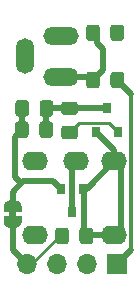
<source format=gbr>
%TF.GenerationSoftware,KiCad,Pcbnew,5.1.8*%
%TF.CreationDate,2020-12-26T21:24:44+01:00*%
%TF.ProjectId,kenwood-trrs,6b656e77-6f6f-4642-9d74-7272732e6b69,rev?*%
%TF.SameCoordinates,Original*%
%TF.FileFunction,Copper,L1,Top*%
%TF.FilePolarity,Positive*%
%FSLAX46Y46*%
G04 Gerber Fmt 4.6, Leading zero omitted, Abs format (unit mm)*
G04 Created by KiCad (PCBNEW 5.1.8) date 2020-12-26 21:24:44*
%MOMM*%
%LPD*%
G01*
G04 APERTURE LIST*
%TA.AperFunction,EtchedComponent*%
%ADD10C,0.100000*%
%TD*%
%TA.AperFunction,ComponentPad*%
%ADD11O,2.200000X1.600000*%
%TD*%
%TA.AperFunction,SMDPad,CuDef*%
%ADD12C,0.100000*%
%TD*%
%TA.AperFunction,ComponentPad*%
%ADD13O,1.700000X1.700000*%
%TD*%
%TA.AperFunction,ComponentPad*%
%ADD14R,1.700000X1.700000*%
%TD*%
%TA.AperFunction,SMDPad,CuDef*%
%ADD15R,0.800000X0.900000*%
%TD*%
%TA.AperFunction,ComponentPad*%
%ADD16O,3.000000X1.500000*%
%TD*%
%TA.AperFunction,ComponentPad*%
%ADD17O,1.500000X3.000000*%
%TD*%
%TA.AperFunction,ViaPad*%
%ADD18C,0.800000*%
%TD*%
%TA.AperFunction,Conductor*%
%ADD19C,0.500000*%
%TD*%
%TA.AperFunction,Conductor*%
%ADD20C,0.250000*%
%TD*%
%TA.AperFunction,Conductor*%
%ADD21C,0.300000*%
%TD*%
G04 APERTURE END LIST*
D10*
%TO.C,JP1*%
G36*
X148900000Y-89900000D02*
G01*
X148900000Y-90400000D01*
X149500000Y-90400000D01*
X149500000Y-89900000D01*
X148900000Y-89900000D01*
G37*
%TD*%
D11*
%TO.P,J3,S*%
%TO.N,/PTT_Mic-*%
X157800000Y-85650000D03*
X157800000Y-91950000D03*
%TO.P,J3,R*%
%TO.N,/Mic+*%
X154600000Y-85650000D03*
%TO.P,J3,T*%
%TO.N,Net-(J3-PadT)*%
X151100000Y-85650000D03*
X151100000Y-91950000D03*
%TD*%
%TA.AperFunction,SMDPad,CuDef*%
D12*
%TO.P,JP1,1*%
%TO.N,/Mic*%
G36*
X149950000Y-90300000D02*
G01*
X149950000Y-90800000D01*
X149949398Y-90800000D01*
X149949398Y-90824534D01*
X149944588Y-90873365D01*
X149935016Y-90921490D01*
X149920772Y-90968445D01*
X149901995Y-91013778D01*
X149878864Y-91057051D01*
X149851604Y-91097850D01*
X149820476Y-91135779D01*
X149785779Y-91170476D01*
X149747850Y-91201604D01*
X149707051Y-91228864D01*
X149663778Y-91251995D01*
X149618445Y-91270772D01*
X149571490Y-91285016D01*
X149523365Y-91294588D01*
X149474534Y-91299398D01*
X149450000Y-91299398D01*
X149450000Y-91300000D01*
X148950000Y-91300000D01*
X148950000Y-91299398D01*
X148925466Y-91299398D01*
X148876635Y-91294588D01*
X148828510Y-91285016D01*
X148781555Y-91270772D01*
X148736222Y-91251995D01*
X148692949Y-91228864D01*
X148652150Y-91201604D01*
X148614221Y-91170476D01*
X148579524Y-91135779D01*
X148548396Y-91097850D01*
X148521136Y-91057051D01*
X148498005Y-91013778D01*
X148479228Y-90968445D01*
X148464984Y-90921490D01*
X148455412Y-90873365D01*
X148450602Y-90824534D01*
X148450602Y-90800000D01*
X148450000Y-90800000D01*
X148450000Y-90300000D01*
X149950000Y-90300000D01*
G37*
%TD.AperFunction*%
%TA.AperFunction,SMDPad,CuDef*%
%TO.P,JP1,2*%
%TO.N,/Mic'*%
G36*
X148450602Y-89500000D02*
G01*
X148450602Y-89475466D01*
X148455412Y-89426635D01*
X148464984Y-89378510D01*
X148479228Y-89331555D01*
X148498005Y-89286222D01*
X148521136Y-89242949D01*
X148548396Y-89202150D01*
X148579524Y-89164221D01*
X148614221Y-89129524D01*
X148652150Y-89098396D01*
X148692949Y-89071136D01*
X148736222Y-89048005D01*
X148781555Y-89029228D01*
X148828510Y-89014984D01*
X148876635Y-89005412D01*
X148925466Y-89000602D01*
X148950000Y-89000602D01*
X148950000Y-89000000D01*
X149450000Y-89000000D01*
X149450000Y-89000602D01*
X149474534Y-89000602D01*
X149523365Y-89005412D01*
X149571490Y-89014984D01*
X149618445Y-89029228D01*
X149663778Y-89048005D01*
X149707051Y-89071136D01*
X149747850Y-89098396D01*
X149785779Y-89129524D01*
X149820476Y-89164221D01*
X149851604Y-89202150D01*
X149878864Y-89242949D01*
X149901995Y-89286222D01*
X149920772Y-89331555D01*
X149935016Y-89378510D01*
X149944588Y-89426635D01*
X149949398Y-89475466D01*
X149949398Y-89500000D01*
X149950000Y-89500000D01*
X149950000Y-90000000D01*
X148450000Y-90000000D01*
X148450000Y-89500000D01*
X148450602Y-89500000D01*
G37*
%TD.AperFunction*%
%TD*%
D13*
%TO.P,J1,S*%
%TO.N,/Mic*%
X150380000Y-94400000D03*
%TO.P,J1,R2*%
%TO.N,GND*%
X152920000Y-94400000D03*
%TO.P,J1,R1*%
%TO.N,Net-(J1-PadR1)*%
X155460000Y-94400000D03*
D14*
%TO.P,J1,T*%
%TO.N,Net-(J1-PadT)*%
X158000000Y-94400000D03*
%TD*%
D15*
%TO.P,Q2,3*%
%TO.N,/Mic+*%
X154200000Y-90000000D03*
%TO.P,Q2,2*%
%TO.N,/Mic'*%
X153250000Y-88000000D03*
%TO.P,Q2,1*%
%TO.N,/PTT_Mic-*%
X155150000Y-88000000D03*
%TD*%
%TO.P,Q1,3*%
%TO.N,/N-FET_D*%
X157200000Y-81200000D03*
%TO.P,Q1,2*%
%TO.N,GND*%
X158150000Y-83200000D03*
%TO.P,Q1,1*%
%TO.N,/PTT_Mic-*%
X156250000Y-83200000D03*
%TD*%
D16*
%TO.P,J2,R*%
%TO.N,Net-(J2-PadR)*%
X153300000Y-75050000D03*
%TO.P,J2,T*%
%TO.N,Net-(J2-PadT)*%
X153300000Y-78550000D03*
D17*
%TO.P,J2,S*%
%TO.N,GND*%
X150200000Y-76800000D03*
%TD*%
%TO.P,R5,2*%
%TO.N,GND*%
%TA.AperFunction,SMDPad,CuDef*%
G36*
G01*
X153549999Y-82675000D02*
X154450001Y-82675000D01*
G75*
G02*
X154700000Y-82924999I0J-249999D01*
G01*
X154700000Y-83575001D01*
G75*
G02*
X154450001Y-83825000I-249999J0D01*
G01*
X153549999Y-83825000D01*
G75*
G02*
X153300000Y-83575001I0J249999D01*
G01*
X153300000Y-82924999D01*
G75*
G02*
X153549999Y-82675000I249999J0D01*
G01*
G37*
%TD.AperFunction*%
%TO.P,R5,1*%
%TO.N,/N-FET_D*%
%TA.AperFunction,SMDPad,CuDef*%
G36*
G01*
X153549999Y-80625000D02*
X154450001Y-80625000D01*
G75*
G02*
X154700000Y-80874999I0J-249999D01*
G01*
X154700000Y-81525001D01*
G75*
G02*
X154450001Y-81775000I-249999J0D01*
G01*
X153549999Y-81775000D01*
G75*
G02*
X153300000Y-81525001I0J249999D01*
G01*
X153300000Y-80874999D01*
G75*
G02*
X153549999Y-80625000I249999J0D01*
G01*
G37*
%TD.AperFunction*%
%TD*%
%TO.P,R4,2*%
%TO.N,Net-(J2-PadT)*%
%TA.AperFunction,SMDPad,CuDef*%
G36*
G01*
X156575000Y-78349999D02*
X156575000Y-79250001D01*
G75*
G02*
X156325001Y-79500000I-249999J0D01*
G01*
X155674999Y-79500000D01*
G75*
G02*
X155425000Y-79250001I0J249999D01*
G01*
X155425000Y-78349999D01*
G75*
G02*
X155674999Y-78100000I249999J0D01*
G01*
X156325001Y-78100000D01*
G75*
G02*
X156575000Y-78349999I0J-249999D01*
G01*
G37*
%TD.AperFunction*%
%TO.P,R4,1*%
%TO.N,Net-(J1-PadT)*%
%TA.AperFunction,SMDPad,CuDef*%
G36*
G01*
X158625000Y-78349999D02*
X158625000Y-79250001D01*
G75*
G02*
X158375001Y-79500000I-249999J0D01*
G01*
X157724999Y-79500000D01*
G75*
G02*
X157475000Y-79250001I0J249999D01*
G01*
X157475000Y-78349999D01*
G75*
G02*
X157724999Y-78100000I249999J0D01*
G01*
X158375001Y-78100000D01*
G75*
G02*
X158625000Y-78349999I0J-249999D01*
G01*
G37*
%TD.AperFunction*%
%TD*%
%TO.P,R3,2*%
%TO.N,Net-(J2-PadT)*%
%TA.AperFunction,SMDPad,CuDef*%
G36*
G01*
X156575000Y-74349999D02*
X156575000Y-75250001D01*
G75*
G02*
X156325001Y-75500000I-249999J0D01*
G01*
X155674999Y-75500000D01*
G75*
G02*
X155425000Y-75250001I0J249999D01*
G01*
X155425000Y-74349999D01*
G75*
G02*
X155674999Y-74100000I249999J0D01*
G01*
X156325001Y-74100000D01*
G75*
G02*
X156575000Y-74349999I0J-249999D01*
G01*
G37*
%TD.AperFunction*%
%TO.P,R3,1*%
%TO.N,Net-(J1-PadR1)*%
%TA.AperFunction,SMDPad,CuDef*%
G36*
G01*
X158625000Y-74349999D02*
X158625000Y-75250001D01*
G75*
G02*
X158375001Y-75500000I-249999J0D01*
G01*
X157724999Y-75500000D01*
G75*
G02*
X157475000Y-75250001I0J249999D01*
G01*
X157475000Y-74349999D01*
G75*
G02*
X157724999Y-74100000I249999J0D01*
G01*
X158375001Y-74100000D01*
G75*
G02*
X158625000Y-74349999I0J-249999D01*
G01*
G37*
%TD.AperFunction*%
%TD*%
%TO.P,R2,2*%
%TO.N,/N-FET_D*%
%TA.AperFunction,SMDPad,CuDef*%
G36*
G01*
X151475000Y-81650001D02*
X151475000Y-80749999D01*
G75*
G02*
X151724999Y-80500000I249999J0D01*
G01*
X152375001Y-80500000D01*
G75*
G02*
X152625000Y-80749999I0J-249999D01*
G01*
X152625000Y-81650001D01*
G75*
G02*
X152375001Y-81900000I-249999J0D01*
G01*
X151724999Y-81900000D01*
G75*
G02*
X151475000Y-81650001I0J249999D01*
G01*
G37*
%TD.AperFunction*%
%TO.P,R2,1*%
%TO.N,/Mic'*%
%TA.AperFunction,SMDPad,CuDef*%
G36*
G01*
X149425000Y-81650001D02*
X149425000Y-80749999D01*
G75*
G02*
X149674999Y-80500000I249999J0D01*
G01*
X150325001Y-80500000D01*
G75*
G02*
X150575000Y-80749999I0J-249999D01*
G01*
X150575000Y-81650001D01*
G75*
G02*
X150325001Y-81900000I-249999J0D01*
G01*
X149674999Y-81900000D01*
G75*
G02*
X149425000Y-81650001I0J249999D01*
G01*
G37*
%TD.AperFunction*%
%TD*%
%TO.P,R1,2*%
%TO.N,/PTT_Mic-*%
%TA.AperFunction,SMDPad,CuDef*%
G36*
G01*
X154850000Y-92450001D02*
X154850000Y-91549999D01*
G75*
G02*
X155099999Y-91300000I249999J0D01*
G01*
X155750001Y-91300000D01*
G75*
G02*
X156000000Y-91549999I0J-249999D01*
G01*
X156000000Y-92450001D01*
G75*
G02*
X155750001Y-92700000I-249999J0D01*
G01*
X155099999Y-92700000D01*
G75*
G02*
X154850000Y-92450001I0J249999D01*
G01*
G37*
%TD.AperFunction*%
%TO.P,R1,1*%
%TO.N,/Mic*%
%TA.AperFunction,SMDPad,CuDef*%
G36*
G01*
X152800000Y-92450001D02*
X152800000Y-91549999D01*
G75*
G02*
X153049999Y-91300000I249999J0D01*
G01*
X153700001Y-91300000D01*
G75*
G02*
X153950000Y-91549999I0J-249999D01*
G01*
X153950000Y-92450001D01*
G75*
G02*
X153700001Y-92700000I-249999J0D01*
G01*
X153049999Y-92700000D01*
G75*
G02*
X152800000Y-92450001I0J249999D01*
G01*
G37*
%TD.AperFunction*%
%TD*%
%TO.P,C1,2*%
%TO.N,/N-FET_D*%
%TA.AperFunction,SMDPad,CuDef*%
G36*
G01*
X151450000Y-83450001D02*
X151450000Y-82549999D01*
G75*
G02*
X151699999Y-82300000I249999J0D01*
G01*
X152350001Y-82300000D01*
G75*
G02*
X152600000Y-82549999I0J-249999D01*
G01*
X152600000Y-83450001D01*
G75*
G02*
X152350001Y-83700000I-249999J0D01*
G01*
X151699999Y-83700000D01*
G75*
G02*
X151450000Y-83450001I0J249999D01*
G01*
G37*
%TD.AperFunction*%
%TO.P,C1,1*%
%TO.N,/Mic'*%
%TA.AperFunction,SMDPad,CuDef*%
G36*
G01*
X149400000Y-83450001D02*
X149400000Y-82549999D01*
G75*
G02*
X149649999Y-82300000I249999J0D01*
G01*
X150300001Y-82300000D01*
G75*
G02*
X150550000Y-82549999I0J-249999D01*
G01*
X150550000Y-83450001D01*
G75*
G02*
X150300001Y-83700000I-249999J0D01*
G01*
X149649999Y-83700000D01*
G75*
G02*
X149400000Y-83450001I0J249999D01*
G01*
G37*
%TD.AperFunction*%
%TD*%
D18*
%TO.N,GND*%
X154000000Y-83250000D03*
%TO.N,Net-(J1-PadR1)*%
X158200000Y-74800000D03*
%TD*%
D19*
%TO.N,/N-FET_D*%
X152025000Y-81225000D02*
X152050000Y-81200000D01*
X152025000Y-83000000D02*
X152025000Y-81225000D01*
X152050000Y-81200000D02*
X154000000Y-81200000D01*
X154000000Y-81200000D02*
X157200000Y-81200000D01*
%TO.N,/Mic*%
X150380000Y-94400000D02*
X150722002Y-94400000D01*
D20*
X150775000Y-94400000D02*
X153175000Y-92000000D01*
X150380000Y-94400000D02*
X150775000Y-94400000D01*
D19*
X149200000Y-93220000D02*
X149200000Y-90800000D01*
X150380000Y-94400000D02*
X149200000Y-93220000D01*
%TO.N,/Mic+*%
X154200000Y-86050000D02*
X154200000Y-90000000D01*
X154600000Y-85650000D02*
X154200000Y-86050000D01*
%TO.N,/PTT_Mic-*%
X157800000Y-84750000D02*
X156250000Y-83200000D01*
X157800000Y-85650000D02*
X157800000Y-84750000D01*
X155275000Y-91950000D02*
X155225000Y-92000000D01*
X157800000Y-91950000D02*
X155275000Y-91950000D01*
X155225000Y-88075000D02*
X155150000Y-88000000D01*
X155225000Y-92000000D02*
X155225000Y-88075000D01*
X155450000Y-88000000D02*
X157800000Y-85650000D01*
X155150000Y-88000000D02*
X155450000Y-88000000D01*
X158350001Y-91399999D02*
X157800000Y-91950000D01*
X158350001Y-86200001D02*
X158350001Y-91399999D01*
X157800000Y-85650000D02*
X158350001Y-86200001D01*
D20*
%TO.N,GND*%
X154825001Y-82424999D02*
X154000000Y-83250000D01*
X157374999Y-82424999D02*
X154825001Y-82424999D01*
X158150000Y-83200000D02*
X157374999Y-82424999D01*
X154000000Y-83250000D02*
X154000000Y-83250000D01*
D19*
%TO.N,Net-(J2-PadT)*%
X155750000Y-78550000D02*
X156000000Y-78800000D01*
X153100000Y-78550000D02*
X155750000Y-78550000D01*
X156350001Y-75150001D02*
X156000000Y-74800000D01*
X156350001Y-75699999D02*
X156350001Y-75150001D01*
X156850001Y-76199999D02*
X156350001Y-75699999D01*
X156850001Y-77949999D02*
X156850001Y-76199999D01*
X156000000Y-78800000D02*
X156850001Y-77949999D01*
%TO.N,Net-(J1-PadR1)*%
X158050000Y-74800000D02*
X158200000Y-74800000D01*
%TO.N,Net-(J1-PadT)*%
X159200001Y-79950001D02*
X158050000Y-78800000D01*
X158000000Y-94400000D02*
X159200001Y-93199999D01*
D21*
X159250010Y-80000010D02*
X159200001Y-79950001D01*
X159250010Y-92426349D02*
X159250010Y-80000010D01*
X159200001Y-92476358D02*
X159250010Y-92426349D01*
X159200001Y-93199999D02*
X159200001Y-92476358D01*
D19*
%TO.N,/Mic'*%
X149200000Y-88278000D02*
X149928001Y-87549999D01*
X149200000Y-89500000D02*
X149200000Y-88278000D01*
X149975000Y-81225000D02*
X150000000Y-81200000D01*
X149975000Y-83000000D02*
X149975000Y-81225000D01*
X149352000Y-83623000D02*
X149975000Y-83000000D01*
X149352000Y-86973998D02*
X149352000Y-83623000D01*
X149928001Y-87549999D02*
X149352000Y-86973998D01*
X152626000Y-87376000D02*
X153250000Y-88000000D01*
X150102000Y-87376000D02*
X152626000Y-87376000D01*
X149928001Y-87549999D02*
X150102000Y-87376000D01*
%TD*%
M02*

</source>
